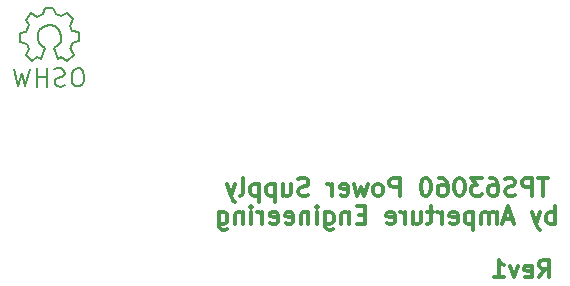
<source format=gbo>
G04 #@! TF.FileFunction,Legend,Bot*
%FSLAX46Y46*%
G04 Gerber Fmt 4.6, Leading zero omitted, Abs format (unit mm)*
G04 Created by KiCad (PCBNEW no-vcs-found-product) date Fri 08 Apr 2016 02:07:00 AM CDT*
%MOMM*%
G01*
G04 APERTURE LIST*
%ADD10C,0.100000*%
%ADD11C,0.300000*%
%ADD12C,0.150000*%
G04 APERTURE END LIST*
D10*
D11*
X111319285Y-156253571D02*
X111819285Y-155539286D01*
X112176428Y-156253571D02*
X112176428Y-154753571D01*
X111605000Y-154753571D01*
X111462142Y-154825000D01*
X111390714Y-154896429D01*
X111319285Y-155039286D01*
X111319285Y-155253571D01*
X111390714Y-155396429D01*
X111462142Y-155467857D01*
X111605000Y-155539286D01*
X112176428Y-155539286D01*
X110105000Y-156182143D02*
X110247857Y-156253571D01*
X110533571Y-156253571D01*
X110676428Y-156182143D01*
X110747857Y-156039286D01*
X110747857Y-155467857D01*
X110676428Y-155325000D01*
X110533571Y-155253571D01*
X110247857Y-155253571D01*
X110105000Y-155325000D01*
X110033571Y-155467857D01*
X110033571Y-155610714D01*
X110747857Y-155753571D01*
X109533571Y-155253571D02*
X109176428Y-156253571D01*
X108819286Y-155253571D01*
X107462143Y-156253571D02*
X108319286Y-156253571D01*
X107890714Y-156253571D02*
X107890714Y-154753571D01*
X108033571Y-154967857D01*
X108176429Y-155110714D01*
X108319286Y-155182143D01*
X112067855Y-147838571D02*
X111210712Y-147838571D01*
X111639283Y-149338571D02*
X111639283Y-147838571D01*
X110710712Y-149338571D02*
X110710712Y-147838571D01*
X110139284Y-147838571D01*
X109996426Y-147910000D01*
X109924998Y-147981429D01*
X109853569Y-148124286D01*
X109853569Y-148338571D01*
X109924998Y-148481429D01*
X109996426Y-148552857D01*
X110139284Y-148624286D01*
X110710712Y-148624286D01*
X109282141Y-149267143D02*
X109067855Y-149338571D01*
X108710712Y-149338571D01*
X108567855Y-149267143D01*
X108496426Y-149195714D01*
X108424998Y-149052857D01*
X108424998Y-148910000D01*
X108496426Y-148767143D01*
X108567855Y-148695714D01*
X108710712Y-148624286D01*
X108996426Y-148552857D01*
X109139284Y-148481429D01*
X109210712Y-148410000D01*
X109282141Y-148267143D01*
X109282141Y-148124286D01*
X109210712Y-147981429D01*
X109139284Y-147910000D01*
X108996426Y-147838571D01*
X108639284Y-147838571D01*
X108424998Y-147910000D01*
X107139284Y-147838571D02*
X107424998Y-147838571D01*
X107567855Y-147910000D01*
X107639284Y-147981429D01*
X107782141Y-148195714D01*
X107853570Y-148481429D01*
X107853570Y-149052857D01*
X107782141Y-149195714D01*
X107710713Y-149267143D01*
X107567855Y-149338571D01*
X107282141Y-149338571D01*
X107139284Y-149267143D01*
X107067855Y-149195714D01*
X106996427Y-149052857D01*
X106996427Y-148695714D01*
X107067855Y-148552857D01*
X107139284Y-148481429D01*
X107282141Y-148410000D01*
X107567855Y-148410000D01*
X107710713Y-148481429D01*
X107782141Y-148552857D01*
X107853570Y-148695714D01*
X106496427Y-147838571D02*
X105567856Y-147838571D01*
X106067856Y-148410000D01*
X105853570Y-148410000D01*
X105710713Y-148481429D01*
X105639284Y-148552857D01*
X105567856Y-148695714D01*
X105567856Y-149052857D01*
X105639284Y-149195714D01*
X105710713Y-149267143D01*
X105853570Y-149338571D01*
X106282142Y-149338571D01*
X106424999Y-149267143D01*
X106496427Y-149195714D01*
X104639285Y-147838571D02*
X104496428Y-147838571D01*
X104353571Y-147910000D01*
X104282142Y-147981429D01*
X104210713Y-148124286D01*
X104139285Y-148410000D01*
X104139285Y-148767143D01*
X104210713Y-149052857D01*
X104282142Y-149195714D01*
X104353571Y-149267143D01*
X104496428Y-149338571D01*
X104639285Y-149338571D01*
X104782142Y-149267143D01*
X104853571Y-149195714D01*
X104924999Y-149052857D01*
X104996428Y-148767143D01*
X104996428Y-148410000D01*
X104924999Y-148124286D01*
X104853571Y-147981429D01*
X104782142Y-147910000D01*
X104639285Y-147838571D01*
X102853571Y-147838571D02*
X103139285Y-147838571D01*
X103282142Y-147910000D01*
X103353571Y-147981429D01*
X103496428Y-148195714D01*
X103567857Y-148481429D01*
X103567857Y-149052857D01*
X103496428Y-149195714D01*
X103425000Y-149267143D01*
X103282142Y-149338571D01*
X102996428Y-149338571D01*
X102853571Y-149267143D01*
X102782142Y-149195714D01*
X102710714Y-149052857D01*
X102710714Y-148695714D01*
X102782142Y-148552857D01*
X102853571Y-148481429D01*
X102996428Y-148410000D01*
X103282142Y-148410000D01*
X103425000Y-148481429D01*
X103496428Y-148552857D01*
X103567857Y-148695714D01*
X101782143Y-147838571D02*
X101639286Y-147838571D01*
X101496429Y-147910000D01*
X101425000Y-147981429D01*
X101353571Y-148124286D01*
X101282143Y-148410000D01*
X101282143Y-148767143D01*
X101353571Y-149052857D01*
X101425000Y-149195714D01*
X101496429Y-149267143D01*
X101639286Y-149338571D01*
X101782143Y-149338571D01*
X101925000Y-149267143D01*
X101996429Y-149195714D01*
X102067857Y-149052857D01*
X102139286Y-148767143D01*
X102139286Y-148410000D01*
X102067857Y-148124286D01*
X101996429Y-147981429D01*
X101925000Y-147910000D01*
X101782143Y-147838571D01*
X99496429Y-149338571D02*
X99496429Y-147838571D01*
X98925001Y-147838571D01*
X98782143Y-147910000D01*
X98710715Y-147981429D01*
X98639286Y-148124286D01*
X98639286Y-148338571D01*
X98710715Y-148481429D01*
X98782143Y-148552857D01*
X98925001Y-148624286D01*
X99496429Y-148624286D01*
X97782143Y-149338571D02*
X97925001Y-149267143D01*
X97996429Y-149195714D01*
X98067858Y-149052857D01*
X98067858Y-148624286D01*
X97996429Y-148481429D01*
X97925001Y-148410000D01*
X97782143Y-148338571D01*
X97567858Y-148338571D01*
X97425001Y-148410000D01*
X97353572Y-148481429D01*
X97282143Y-148624286D01*
X97282143Y-149052857D01*
X97353572Y-149195714D01*
X97425001Y-149267143D01*
X97567858Y-149338571D01*
X97782143Y-149338571D01*
X96782143Y-148338571D02*
X96496429Y-149338571D01*
X96210715Y-148624286D01*
X95925000Y-149338571D01*
X95639286Y-148338571D01*
X94496429Y-149267143D02*
X94639286Y-149338571D01*
X94925000Y-149338571D01*
X95067857Y-149267143D01*
X95139286Y-149124286D01*
X95139286Y-148552857D01*
X95067857Y-148410000D01*
X94925000Y-148338571D01*
X94639286Y-148338571D01*
X94496429Y-148410000D01*
X94425000Y-148552857D01*
X94425000Y-148695714D01*
X95139286Y-148838571D01*
X93782143Y-149338571D02*
X93782143Y-148338571D01*
X93782143Y-148624286D02*
X93710715Y-148481429D01*
X93639286Y-148410000D01*
X93496429Y-148338571D01*
X93353572Y-148338571D01*
X91782144Y-149267143D02*
X91567858Y-149338571D01*
X91210715Y-149338571D01*
X91067858Y-149267143D01*
X90996429Y-149195714D01*
X90925001Y-149052857D01*
X90925001Y-148910000D01*
X90996429Y-148767143D01*
X91067858Y-148695714D01*
X91210715Y-148624286D01*
X91496429Y-148552857D01*
X91639287Y-148481429D01*
X91710715Y-148410000D01*
X91782144Y-148267143D01*
X91782144Y-148124286D01*
X91710715Y-147981429D01*
X91639287Y-147910000D01*
X91496429Y-147838571D01*
X91139287Y-147838571D01*
X90925001Y-147910000D01*
X89639287Y-148338571D02*
X89639287Y-149338571D01*
X90282144Y-148338571D02*
X90282144Y-149124286D01*
X90210716Y-149267143D01*
X90067858Y-149338571D01*
X89853573Y-149338571D01*
X89710716Y-149267143D01*
X89639287Y-149195714D01*
X88925001Y-148338571D02*
X88925001Y-149838571D01*
X88925001Y-148410000D02*
X88782144Y-148338571D01*
X88496430Y-148338571D01*
X88353573Y-148410000D01*
X88282144Y-148481429D01*
X88210715Y-148624286D01*
X88210715Y-149052857D01*
X88282144Y-149195714D01*
X88353573Y-149267143D01*
X88496430Y-149338571D01*
X88782144Y-149338571D01*
X88925001Y-149267143D01*
X87567858Y-148338571D02*
X87567858Y-149838571D01*
X87567858Y-148410000D02*
X87425001Y-148338571D01*
X87139287Y-148338571D01*
X86996430Y-148410000D01*
X86925001Y-148481429D01*
X86853572Y-148624286D01*
X86853572Y-149052857D01*
X86925001Y-149195714D01*
X86996430Y-149267143D01*
X87139287Y-149338571D01*
X87425001Y-149338571D01*
X87567858Y-149267143D01*
X85996429Y-149338571D02*
X86139287Y-149267143D01*
X86210715Y-149124286D01*
X86210715Y-147838571D01*
X85567858Y-148338571D02*
X85210715Y-149338571D01*
X84853573Y-148338571D02*
X85210715Y-149338571D01*
X85353573Y-149695714D01*
X85425001Y-149767143D01*
X85567858Y-149838571D01*
X112639285Y-151738571D02*
X112639285Y-150238571D01*
X112639285Y-150810000D02*
X112496428Y-150738571D01*
X112210714Y-150738571D01*
X112067857Y-150810000D01*
X111996428Y-150881429D01*
X111924999Y-151024286D01*
X111924999Y-151452857D01*
X111996428Y-151595714D01*
X112067857Y-151667143D01*
X112210714Y-151738571D01*
X112496428Y-151738571D01*
X112639285Y-151667143D01*
X111424999Y-150738571D02*
X111067856Y-151738571D01*
X110710714Y-150738571D02*
X111067856Y-151738571D01*
X111210714Y-152095714D01*
X111282142Y-152167143D01*
X111424999Y-152238571D01*
X109067857Y-151310000D02*
X108353571Y-151310000D01*
X109210714Y-151738571D02*
X108710714Y-150238571D01*
X108210714Y-151738571D01*
X107710714Y-151738571D02*
X107710714Y-150738571D01*
X107710714Y-150881429D02*
X107639286Y-150810000D01*
X107496428Y-150738571D01*
X107282143Y-150738571D01*
X107139286Y-150810000D01*
X107067857Y-150952857D01*
X107067857Y-151738571D01*
X107067857Y-150952857D02*
X106996428Y-150810000D01*
X106853571Y-150738571D01*
X106639286Y-150738571D01*
X106496428Y-150810000D01*
X106425000Y-150952857D01*
X106425000Y-151738571D01*
X105710714Y-150738571D02*
X105710714Y-152238571D01*
X105710714Y-150810000D02*
X105567857Y-150738571D01*
X105282143Y-150738571D01*
X105139286Y-150810000D01*
X105067857Y-150881429D01*
X104996428Y-151024286D01*
X104996428Y-151452857D01*
X105067857Y-151595714D01*
X105139286Y-151667143D01*
X105282143Y-151738571D01*
X105567857Y-151738571D01*
X105710714Y-151667143D01*
X103782143Y-151667143D02*
X103925000Y-151738571D01*
X104210714Y-151738571D01*
X104353571Y-151667143D01*
X104425000Y-151524286D01*
X104425000Y-150952857D01*
X104353571Y-150810000D01*
X104210714Y-150738571D01*
X103925000Y-150738571D01*
X103782143Y-150810000D01*
X103710714Y-150952857D01*
X103710714Y-151095714D01*
X104425000Y-151238571D01*
X103067857Y-151738571D02*
X103067857Y-150738571D01*
X103067857Y-151024286D02*
X102996429Y-150881429D01*
X102925000Y-150810000D01*
X102782143Y-150738571D01*
X102639286Y-150738571D01*
X102353572Y-150738571D02*
X101782143Y-150738571D01*
X102139286Y-150238571D02*
X102139286Y-151524286D01*
X102067858Y-151667143D01*
X101925000Y-151738571D01*
X101782143Y-151738571D01*
X100639286Y-150738571D02*
X100639286Y-151738571D01*
X101282143Y-150738571D02*
X101282143Y-151524286D01*
X101210715Y-151667143D01*
X101067857Y-151738571D01*
X100853572Y-151738571D01*
X100710715Y-151667143D01*
X100639286Y-151595714D01*
X99925000Y-151738571D02*
X99925000Y-150738571D01*
X99925000Y-151024286D02*
X99853572Y-150881429D01*
X99782143Y-150810000D01*
X99639286Y-150738571D01*
X99496429Y-150738571D01*
X98425001Y-151667143D02*
X98567858Y-151738571D01*
X98853572Y-151738571D01*
X98996429Y-151667143D01*
X99067858Y-151524286D01*
X99067858Y-150952857D01*
X98996429Y-150810000D01*
X98853572Y-150738571D01*
X98567858Y-150738571D01*
X98425001Y-150810000D01*
X98353572Y-150952857D01*
X98353572Y-151095714D01*
X99067858Y-151238571D01*
X96567858Y-150952857D02*
X96067858Y-150952857D01*
X95853572Y-151738571D02*
X96567858Y-151738571D01*
X96567858Y-150238571D01*
X95853572Y-150238571D01*
X95210715Y-150738571D02*
X95210715Y-151738571D01*
X95210715Y-150881429D02*
X95139287Y-150810000D01*
X94996429Y-150738571D01*
X94782144Y-150738571D01*
X94639287Y-150810000D01*
X94567858Y-150952857D01*
X94567858Y-151738571D01*
X93210715Y-150738571D02*
X93210715Y-151952857D01*
X93282144Y-152095714D01*
X93353572Y-152167143D01*
X93496429Y-152238571D01*
X93710715Y-152238571D01*
X93853572Y-152167143D01*
X93210715Y-151667143D02*
X93353572Y-151738571D01*
X93639286Y-151738571D01*
X93782144Y-151667143D01*
X93853572Y-151595714D01*
X93925001Y-151452857D01*
X93925001Y-151024286D01*
X93853572Y-150881429D01*
X93782144Y-150810000D01*
X93639286Y-150738571D01*
X93353572Y-150738571D01*
X93210715Y-150810000D01*
X92496429Y-151738571D02*
X92496429Y-150738571D01*
X92496429Y-150238571D02*
X92567858Y-150310000D01*
X92496429Y-150381429D01*
X92425001Y-150310000D01*
X92496429Y-150238571D01*
X92496429Y-150381429D01*
X91782143Y-150738571D02*
X91782143Y-151738571D01*
X91782143Y-150881429D02*
X91710715Y-150810000D01*
X91567857Y-150738571D01*
X91353572Y-150738571D01*
X91210715Y-150810000D01*
X91139286Y-150952857D01*
X91139286Y-151738571D01*
X89853572Y-151667143D02*
X89996429Y-151738571D01*
X90282143Y-151738571D01*
X90425000Y-151667143D01*
X90496429Y-151524286D01*
X90496429Y-150952857D01*
X90425000Y-150810000D01*
X90282143Y-150738571D01*
X89996429Y-150738571D01*
X89853572Y-150810000D01*
X89782143Y-150952857D01*
X89782143Y-151095714D01*
X90496429Y-151238571D01*
X88567858Y-151667143D02*
X88710715Y-151738571D01*
X88996429Y-151738571D01*
X89139286Y-151667143D01*
X89210715Y-151524286D01*
X89210715Y-150952857D01*
X89139286Y-150810000D01*
X88996429Y-150738571D01*
X88710715Y-150738571D01*
X88567858Y-150810000D01*
X88496429Y-150952857D01*
X88496429Y-151095714D01*
X89210715Y-151238571D01*
X87853572Y-151738571D02*
X87853572Y-150738571D01*
X87853572Y-151024286D02*
X87782144Y-150881429D01*
X87710715Y-150810000D01*
X87567858Y-150738571D01*
X87425001Y-150738571D01*
X86925001Y-151738571D02*
X86925001Y-150738571D01*
X86925001Y-150238571D02*
X86996430Y-150310000D01*
X86925001Y-150381429D01*
X86853573Y-150310000D01*
X86925001Y-150238571D01*
X86925001Y-150381429D01*
X86210715Y-150738571D02*
X86210715Y-151738571D01*
X86210715Y-150881429D02*
X86139287Y-150810000D01*
X85996429Y-150738571D01*
X85782144Y-150738571D01*
X85639287Y-150810000D01*
X85567858Y-150952857D01*
X85567858Y-151738571D01*
X84210715Y-150738571D02*
X84210715Y-151952857D01*
X84282144Y-152095714D01*
X84353572Y-152167143D01*
X84496429Y-152238571D01*
X84710715Y-152238571D01*
X84853572Y-152167143D01*
X84210715Y-151667143D02*
X84353572Y-151738571D01*
X84639286Y-151738571D01*
X84782144Y-151667143D01*
X84853572Y-151595714D01*
X84925001Y-151452857D01*
X84925001Y-151024286D01*
X84853572Y-150881429D01*
X84782144Y-150810000D01*
X84639286Y-150738571D01*
X84353572Y-150738571D01*
X84210715Y-150810000D01*
D12*
X68181220Y-138579860D02*
X67820540Y-140050520D01*
X67820540Y-140050520D02*
X67541140Y-138988800D01*
X67541140Y-138988800D02*
X67231260Y-140060680D01*
X67231260Y-140060680D02*
X66890900Y-138610340D01*
X69601080Y-139270740D02*
X68811140Y-139260580D01*
X68811140Y-139260580D02*
X68800980Y-139270740D01*
X68800980Y-139270740D02*
X68800980Y-139260580D01*
X68760340Y-138549380D02*
X68760340Y-140091160D01*
X69649340Y-138539220D02*
X69649340Y-140108940D01*
X69649340Y-140108940D02*
X69639180Y-140098780D01*
X70200520Y-138640820D02*
X70551040Y-138559540D01*
X70551040Y-138559540D02*
X70871080Y-138549380D01*
X70871080Y-138549380D02*
X71109840Y-138750040D01*
X71109840Y-138750040D02*
X71140320Y-139019280D01*
X71140320Y-139019280D02*
X70899020Y-139260580D01*
X70899020Y-139260580D02*
X70510400Y-139390120D01*
X70510400Y-139390120D02*
X70330060Y-139550140D01*
X70330060Y-139550140D02*
X70289420Y-139849860D01*
X70289420Y-139849860D02*
X70520560Y-140070840D01*
X70520560Y-140070840D02*
X70840600Y-140098780D01*
X70840600Y-140098780D02*
X71191120Y-139989560D01*
X72229980Y-138539220D02*
X72478900Y-138559540D01*
X72478900Y-138559540D02*
X72720200Y-138800840D01*
X72720200Y-138800840D02*
X72809100Y-139291060D01*
X72809100Y-139291060D02*
X72781160Y-139639040D01*
X72781160Y-139639040D02*
X72580500Y-139959080D01*
X72580500Y-139959080D02*
X72329040Y-140081000D01*
X72329040Y-140081000D02*
X72019160Y-140009880D01*
X72019160Y-140009880D02*
X71800720Y-139829540D01*
X71800720Y-139829540D02*
X71729600Y-139369800D01*
X71729600Y-139369800D02*
X71780400Y-138960860D01*
X71780400Y-138960860D02*
X71889620Y-138678920D01*
X71889620Y-138678920D02*
X72250300Y-138549380D01*
X71630540Y-136819640D02*
X71889620Y-137380980D01*
X71889620Y-137380980D02*
X71351140Y-137899140D01*
X71351140Y-137899140D02*
X70830440Y-137629900D01*
X70830440Y-137629900D02*
X70551040Y-137789920D01*
X69110860Y-137769600D02*
X68780660Y-137579100D01*
X68780660Y-137579100D02*
X68341240Y-137909300D01*
X68341240Y-137909300D02*
X67868800Y-137419080D01*
X67868800Y-137419080D02*
X68150740Y-136939020D01*
X68150740Y-136939020D02*
X67960240Y-136469120D01*
X67960240Y-136469120D02*
X67350640Y-136281160D01*
X67350640Y-136281160D02*
X67350640Y-135600440D01*
X67350640Y-135600440D02*
X67909440Y-135460740D01*
X67909440Y-135460740D02*
X68110100Y-134889240D01*
X68110100Y-134889240D02*
X67840860Y-134419340D01*
X67840860Y-134419340D02*
X68310760Y-133908800D01*
X68310760Y-133908800D02*
X68828920Y-134170420D01*
X68828920Y-134170420D02*
X69298820Y-133969760D01*
X69298820Y-133969760D02*
X69469000Y-133428740D01*
X69469000Y-133428740D02*
X70159880Y-133410960D01*
X70159880Y-133410960D02*
X70370700Y-133959600D01*
X70370700Y-133959600D02*
X70789800Y-134129780D01*
X70789800Y-134129780D02*
X71340980Y-133860540D01*
X71340980Y-133860540D02*
X71859140Y-134388860D01*
X71859140Y-134388860D02*
X71610220Y-134929880D01*
X71610220Y-134929880D02*
X71780400Y-135409940D01*
X71780400Y-135409940D02*
X72329040Y-135509000D01*
X72329040Y-135509000D02*
X72339200Y-136210040D01*
X72339200Y-136210040D02*
X71780400Y-136410700D01*
X71780400Y-136410700D02*
X71640700Y-136809480D01*
X69499480Y-136789160D02*
X69199760Y-136639300D01*
X69199760Y-136639300D02*
X68999100Y-136441180D01*
X68999100Y-136441180D02*
X68849240Y-136039860D01*
X68849240Y-136039860D02*
X68849240Y-135641080D01*
X68849240Y-135641080D02*
X68999100Y-135290560D01*
X68999100Y-135290560D02*
X69451220Y-134940040D01*
X69451220Y-134940040D02*
X69900800Y-134889240D01*
X69900800Y-134889240D02*
X70299580Y-134990840D01*
X70299580Y-134990840D02*
X70700900Y-135338820D01*
X70700900Y-135338820D02*
X70850760Y-135790940D01*
X70850760Y-135790940D02*
X70799960Y-136288780D01*
X70799960Y-136288780D02*
X70551040Y-136591040D01*
X70551040Y-136591040D02*
X70200520Y-136789160D01*
X70200520Y-136789160D02*
X70551040Y-137789920D01*
X69499480Y-136789160D02*
X69100700Y-137789920D01*
M02*

</source>
